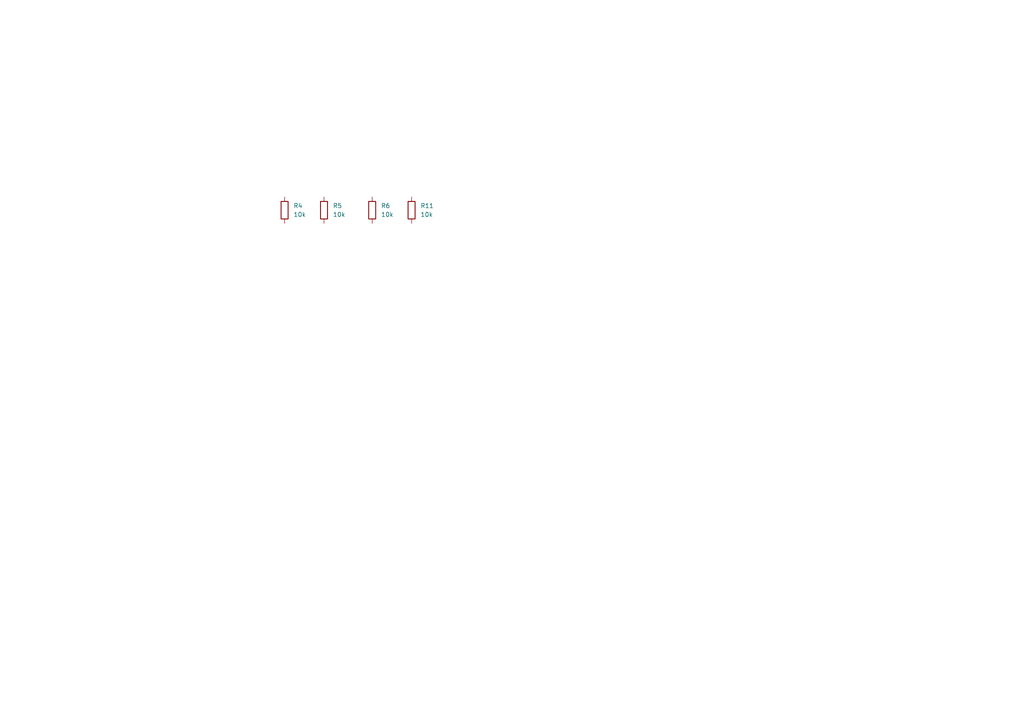
<source format=kicad_sch>
(kicad_sch (version 20231120) (generator "eeschema") (generator_version "8.0")
  (paper "A4")
  (lib_symbols
    (symbol "Device:R" (pin_numbers hide) (pin_names (offset 0))
      (property "Reference" "R" (at 2.032 0 90))
      (property "Value" "R" (at 0 0 90))
      (symbol "R_0_1"
        (rectangle (start -1.016 -2.54) (end 1.016 2.54) (stroke (width 0.254)))
      )
      (symbol "R_1_1"
        (pin passive line (at 0 3.81 270) (length 1.27) (name "~") (number "1"))
        (pin passive line (at 0 -3.81 90) (length 1.27) (name "~") (number "2"))
      )
    )
  )
  (symbol (lib_id "Device:R") (at 119.38 60.96 0) (unit 1)
    (property "Reference" "R11" (at 121.92 59.6899 0) (effects (justify left)))
    (property "Value" "10k" (at 121.92 62.2299 0) (effects (justify left)))
    (property "Footprint" "Resistor_SMD:R_0603_1608Metric" (effects (hide yes)))
    (property "Description" "Resistor" (effects (hide yes)))
    (property "MFG" "0603WAF1002T5E" (effects (hide yes)))
  )
  (symbol (lib_id "Device:R") (at 93.98 60.96 0) (unit 1)
    (property "Reference" "R5" (at 96.52 59.6899 0) (effects (justify left)))
    (property "Value" "10k" (at 96.52 62.2299 0) (effects (justify left)))
    (property "Footprint" "Resistor_SMD:R_0603_1608Metric" (effects (hide yes)))
    (property "Description" "Resistor" (effects (hide yes)))
    (property "MFG" "0603WAF1002T5E" (effects (hide yes)))
  )
  (symbol (lib_id "Device:R") (at 107.95 60.96 0) (unit 1)
    (property "Reference" "R6" (at 110.49 59.6899 0) (effects (justify left)))
    (property "Value" "10k" (at 110.49 62.2299 0) (effects (justify left)))
    (property "Footprint" "Resistor_SMD:R_0603_1608Metric" (effects (hide yes)))
    (property "Description" "Resistor" (effects (hide yes)))
    (property "MFG" "0603WAF1002T5E" (effects (hide yes)))
  )
  (symbol (lib_id "Device:R") (at 82.55 60.96 0) (unit 1)
    (property "Reference" "R4" (at 85.09 59.6899 0) (effects (justify left)))
    (property "Value" "10k" (at 85.09 62.2299 0) (effects (justify left)))
    (property "Footprint" "Resistor_SMD:R_0603_1608Metric" (effects (hide yes)))
    (property "Description" "Resistor" (effects (hide yes)))
    (property "MFG" "0603WAF1002T5E" (effects (hide yes)))
  )
)
</source>
